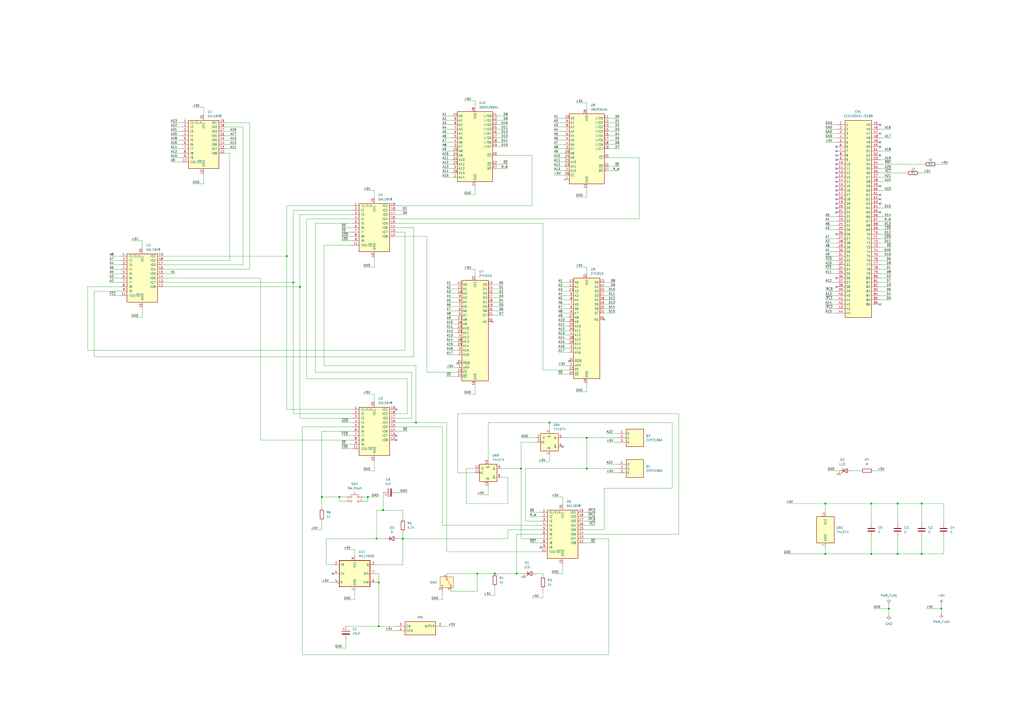
<source format=kicad_sch>
(kicad_sch (version 20231120) (generator "eeschema") (generator_version "8.0")
  (paper "A2")
  (title_block (title "Action Replay III remake") (date "2024-07-11") (comment 1 "By na103"))
  (junction (at 515.62 353.06))
  (junction (at 520.7 321.31))
  (junction (at 299.72 332.74))
  (junction (at 218.44 312.42))
  (junction (at 222.25 295.91))
  (junction (at 186.69 288.29))
  (junction (at 233.68 312.42))
  (junction (at 318.77 245.11))
  (junction (at 302.26 271.78))
  (junction (at 478.79 292.1))
  (junction (at 241.3 245.11))
  (junction (at 534.67 321.31))
  (junction (at 170.18 163.83))
  (junction (at 219.71 363.22))
  (junction (at 546.1 353.06))
  (junction (at 287.02 332.74))
  (junction (at 505.46 321.31))
  (junction (at 505.46 292.1))
  (junction (at 173.99 166.37))
  (junction (at 534.67 292.1))
  (junction (at 478.79 321.31))
  (junction (at 219.71 337.82))
  (junction (at 276.86 332.74))
  (junction (at 196.85 288.29))
  (junction (at 520.7 292.1))
  (junction (at 340.36 254))
  (junction (at 213.36 288.29))
  (junction (at 340.36 271.78))
  (junction (at 166.37 148.59))
  (no_connect (at 510.54 90.17))
  (no_connect (at 510.54 82.55))
  (no_connect (at 510.54 115.57))
  (no_connect (at 229.87 252.73))
  (no_connect (at 485.14 113.03))
  (no_connect (at 485.14 135.89))
  (no_connect (at 485.14 105.41))
  (no_connect (at 229.87 237.49))
  (no_connect (at 485.14 92.71))
  (no_connect (at 313.69 317.5))
  (no_connect (at 510.54 118.11))
  (no_connect (at 485.14 118.11))
  (no_connect (at 485.14 123.19))
  (no_connect (at 485.14 102.87))
  (no_connect (at 510.54 176.53))
  (no_connect (at 485.14 87.63))
  (no_connect (at 193.04 332.74))
  (no_connect (at 485.14 107.95))
  (no_connect (at 485.14 166.37))
  (no_connect (at 510.54 107.95))
  (no_connect (at 510.54 77.47))
  (no_connect (at 326.39 259.08))
  (no_connect (at 485.14 161.29))
  (no_connect (at 485.14 95.25))
  (no_connect (at 485.14 85.09))
  (no_connect (at 485.14 100.33))
  (no_connect (at 510.54 72.39))
  (no_connect (at 229.87 255.27))
  (no_connect (at 510.54 85.09))
  (no_connect (at 265.43 210.82))
  (no_connect (at 510.54 113.03))
  (no_connect (at 510.54 123.19))
  (no_connect (at 330.2 209.55))
  (no_connect (at 485.14 90.17))
  (no_connect (at 485.14 115.57))
  (no_connect (at 485.14 97.79))
  (no_connect (at 485.14 110.49))
  (no_connect (at 485.14 120.65))
  (wire (pts (xy 308.61 90.17) (xy 288.29 90.17)))
  (wire (pts (xy 198.12 257.81) (xy 204.47 257.81)))
  (wire (pts (xy 478.79 171.45) (xy 485.14 171.45)))
  (wire (pts (xy 198.12 134.62) (xy 204.47 134.62)))
  (wire (pts (xy 133.35 151.13) (xy 133.35 88.9)))
  (wire (pts (xy 218.44 312.42) (xy 223.52 312.42)))
  (wire (pts (xy 534.67 311.15) (xy 534.67 321.31)))
  (wire (pts (xy 478.79 148.59) (xy 485.14 148.59)))
  (wire (pts (xy 478.79 143.51) (xy 485.14 143.51)))
  (wire (pts (xy 95.25 153.67) (xy 140.97 153.67)))
  (wire (pts (xy 321.31 81.28) (xy 327.66 81.28)))
  (wire (pts (xy 259.08 165.1) (xy 265.43 165.1)))
  (wire (pts (xy 350.52 307.34) (xy 350.52 283.21)))
  (wire (pts (xy 326.39 288.29) (xy 326.39 292.1)))
  (wire (pts (xy 99.06 83.82) (xy 105.41 83.82)))
  (wire (pts (xy 294.64 307.34) (xy 294.64 312.42)))
  (wire (pts (xy 294.64 85.09) (xy 288.29 85.09)))
  (wire (pts (xy 217.17 267.97) (xy 217.17 273.05)))
  (wire (pts (xy 478.79 321.31) (xy 505.46 321.31)))
  (wire (pts (xy 345.44 314.96) (xy 339.09 314.96)))
  (wire (pts (xy 111.76 106.68) (xy 118.11 106.68)))
  (wire (pts (xy 516.89 143.51) (xy 510.54 143.51)))
  (wire (pts (xy 259.08 332.74) (xy 276.86 332.74)))
  (wire (pts (xy 259.08 185.42) (xy 265.43 185.42)))
  (wire (pts (xy 95.25 151.13) (xy 133.35 151.13)))
  (wire (pts (xy 520.7 292.1) (xy 520.7 303.53)))
  (wire (pts (xy 539.75 100.33) (xy 533.4 100.33)))
  (wire (pts (xy 259.08 187.96) (xy 265.43 187.96)))
  (wire (pts (xy 265.43 274.32) (xy 275.59 274.32)))
  (wire (pts (xy 294.64 77.47) (xy 288.29 77.47)))
  (wire (pts (xy 173.99 166.37) (xy 173.99 242.57)))
  (wire (pts (xy 323.85 163.83) (xy 330.2 163.83)))
  (wire (pts (xy 534.67 292.1) (xy 534.67 303.53)))
  (wire (pts (xy 318.77 245.11) (xy 318.77 248.92)))
  (wire (pts (xy 213.36 288.29) (xy 213.36 290.83)))
  (wire (pts (xy 454.66 321.31) (xy 478.79 321.31)))
  (wire (pts (xy 292.1 170.18) (xy 285.75 170.18)))
  (wire (pts (xy 546.1 350.52) (xy 546.1 353.06)))
  (wire (pts (xy 478.79 179.07) (xy 485.14 179.07)))
  (wire (pts (xy 198.12 137.16) (xy 204.47 137.16)))
  (wire (pts (xy 236.22 250.19) (xy 229.87 250.19)))
  (wire (pts (xy 99.06 76.2) (xy 105.41 76.2)))
  (wire (pts (xy 314.96 214.63) (xy 314.96 129.54)))
  (wire (pts (xy 370.84 127) (xy 370.84 91.44)))
  (wire (pts (xy 196.85 290.83) (xy 200.66 290.83)))
  (wire (pts (xy 516.89 125.73) (xy 510.54 125.73)))
  (wire (pts (xy 350.52 283.21) (xy 389.89 283.21)))
  (wire (pts (xy 294.64 67.31) (xy 288.29 67.31)))
  (wire (pts (xy 210.82 228.6) (xy 217.17 228.6)))
  (wire (pts (xy 101.6 158.75) (xy 95.25 158.75)))
  (wire (pts (xy 229.87 132.08) (xy 240.03 132.08)))
  (wire (pts (xy 259.08 200.66) (xy 265.43 200.66)))
  (wire (pts (xy 256.54 85.09) (xy 262.89 85.09)))
  (wire (pts (xy 259.08 177.8) (xy 265.43 177.8)))
  (wire (pts (xy 259.08 170.18) (xy 265.43 170.18)))
  (wire (pts (xy 345.44 297.18) (xy 339.09 297.18)))
  (wire (pts (xy 516.89 148.59) (xy 510.54 148.59)))
  (wire (pts (xy 50.8 203.2) (xy 50.8 166.37)))
  (wire (pts (xy 95.25 161.29) (xy 151.13 161.29)))
  (wire (pts (xy 259.08 245.11) (xy 241.3 245.11)))
  (wire (pts (xy 205.74 318.77) (xy 205.74 322.58)))
  (wire (pts (xy 256.54 82.55) (xy 262.89 82.55)))
  (wire (pts (xy 313.69 312.42) (xy 302.26 312.42)))
  (wire (pts (xy 210.82 154.94) (xy 217.17 154.94)))
  (wire (pts (xy 63.5 161.29) (xy 69.85 161.29)))
  (wire (pts (xy 516.89 140.97) (xy 510.54 140.97)))
  (wire (pts (xy 292.1 165.1) (xy 285.75 165.1)))
  (wire (pts (xy 259.08 218.44) (xy 265.43 218.44)))
  (wire (pts (xy 213.36 288.29) (xy 219.71 288.29)))
  (wire (pts (xy 236.22 124.46) (xy 229.87 124.46)))
  (wire (pts (xy 256.54 102.87) (xy 262.89 102.87)))
  (wire (pts (xy 356.87 181.61) (xy 350.52 181.61)))
  (wire (pts (xy 259.08 213.36) (xy 265.43 213.36)))
  (wire (pts (xy 294.64 95.25) (xy 288.29 95.25)))
  (wire (pts (xy 516.89 135.89) (xy 510.54 135.89)))
  (wire (pts (xy 513.08 273.05) (xy 506.73 273.05)))
  (wire (pts (xy 241.3 212.09) (xy 187.96 212.09)))
  (wire (pts (xy 478.79 156.21) (xy 485.14 156.21)))
  (wire (pts (xy 137.16 83.82) (xy 130.81 83.82)))
  (wire (pts (xy 177.8 219.71) (xy 236.22 219.71)))
  (wire (pts (xy 478.79 77.47) (xy 485.14 77.47)))
  (wire (pts (xy 187.96 212.09) (xy 187.96 142.24)))
  (wire (pts (xy 99.06 81.28) (xy 105.41 81.28)))
  (wire (pts (xy 478.79 151.13) (xy 485.14 151.13)))
  (wire (pts (xy 478.79 292.1) (xy 478.79 297.18)))
  (wire (pts (xy 478.79 140.97) (xy 485.14 140.97)))
  (wire (pts (xy 516.89 146.05) (xy 510.54 146.05)))
  (wire (pts (xy 256.54 100.33) (xy 262.89 100.33)))
  (wire (pts (xy 256.54 87.63) (xy 262.89 87.63)))
  (wire (pts (xy 256.54 69.85) (xy 262.89 69.85)))
  (wire (pts (xy 308.61 119.38) (xy 308.61 90.17)))
  (wire (pts (xy 393.7 309.88) (xy 393.7 240.03)))
  (wire (pts (xy 353.06 379.73) (xy 175.26 379.73)))
  (wire (pts (xy 314.96 334.01) (xy 314.96 332.74)))
  (wire (pts (xy 217.17 110.49) (xy 217.17 114.3)))
  (wire (pts (xy 314.96 332.74) (xy 311.15 332.74)))
  (wire (pts (xy 515.62 353.06) (xy 515.62 356.87)))
  (wire (pts (xy 302.26 256.54) (xy 311.15 256.54)))
  (wire (pts (xy 292.1 177.8) (xy 285.75 177.8)))
  (wire (pts (xy 516.89 173.99) (xy 510.54 173.99)))
  (wire (pts (xy 505.46 321.31) (xy 505.46 311.15)))
  (wire (pts (xy 222.25 285.75) (xy 222.25 295.91)))
  (wire (pts (xy 95.25 166.37) (xy 173.99 166.37)))
  (wire (pts (xy 292.1 180.34) (xy 285.75 180.34)))
  (wire (pts (xy 323.85 173.99) (xy 330.2 173.99)))
  (wire (pts (xy 236.22 285.75) (xy 229.87 285.75)))
  (wire (pts (xy 99.06 91.44) (xy 105.41 91.44)))
  (wire (pts (xy 510.54 95.25) (xy 535.94 95.25)))
  (wire (pts (xy 210.82 110.49) (xy 217.17 110.49)))
  (wire (pts (xy 200.66 363.22) (xy 219.71 363.22)))
  (wire (pts (xy 546.1 353.06) (xy 546.1 355.6)))
  (wire (pts (xy 240.03 132.08) (xy 240.03 207.01)))
  (wire (pts (xy 233.68 308.61) (xy 233.68 312.42)))
  (wire (pts (xy 351.79 269.24) (xy 358.14 269.24)))
  (wire (pts (xy 63.5 153.67) (xy 69.85 153.67)))
  (wire (pts (xy 389.89 245.11) (xy 318.77 245.11)))
  (wire (pts (xy 198.12 252.73) (xy 204.47 252.73)))
  (wire (pts (xy 478.79 82.55) (xy 485.14 82.55)))
  (wire (pts (xy 287.02 332.74) (xy 276.86 332.74)))
  (wire (pts (xy 287.02 340.36) (xy 287.02 345.44)))
  (wire (pts (xy 321.31 93.98) (xy 327.66 93.98)))
  (wire (pts (xy 340.36 222.25) (xy 340.36 227.33)))
  (wire (pts (xy 321.31 96.52) (xy 327.66 96.52)))
  (wire (pts (xy 356.87 163.83) (xy 350.52 163.83)))
  (wire (pts (xy 118.11 62.23) (xy 118.11 66.04)))
  (wire (pts (xy 218.44 327.66) (xy 233.68 327.66)))
  (wire (pts (xy 229.87 137.16) (xy 247.65 137.16)))
  (wire (pts (xy 210.82 273.05) (xy 217.17 273.05)))
  (wire (pts (xy 321.31 91.44) (xy 327.66 91.44)))
  (wire (pts (xy 323.85 191.77) (xy 330.2 191.77)))
  (wire (pts (xy 261.62 342.9) (xy 276.86 342.9)))
  (wire (pts (xy 323.85 217.17) (xy 330.2 217.17)))
  (wire (pts (xy 302.26 312.42) (xy 302.26 271.78)))
  (wire (pts (xy 259.08 167.64) (xy 265.43 167.64)))
  (wire (pts (xy 516.89 110.49) (xy 510.54 110.49)))
  (wire (pts (xy 259.08 193.04) (xy 265.43 193.04)))
  (wire (pts (xy 182.88 215.9) (xy 238.76 215.9)))
  (wire (pts (xy 505.46 321.31) (xy 520.7 321.31)))
  (wire (pts (xy 238.76 242.57) (xy 229.87 242.57)))
  (wire (pts (xy 339.09 307.34) (xy 350.52 307.34)))
  (wire (pts (xy 219.71 363.22) (xy 229.87 363.22)))
  (wire (pts (xy 478.79 74.93) (xy 485.14 74.93)))
  (wire (pts (xy 186.69 250.19) (xy 186.69 288.29)))
  (wire (pts (xy 259.08 172.72) (xy 265.43 172.72)))
  (wire (pts (xy 95.25 156.21) (xy 144.78 156.21)))
  (wire (pts (xy 290.83 276.86) (xy 294.64 276.86)))
  (wire (pts (xy 270.51 271.78) (xy 275.59 271.78)))
  (wire (pts (xy 275.59 107.95) (xy 275.59 113.03)))
  (wire (pts (xy 323.85 179.07) (xy 330.2 179.07)))
  (wire (pts (xy 275.59 58.42) (xy 275.59 62.23)))
  (wire (pts (xy 478.79 158.75) (xy 485.14 158.75)))
  (wire (pts (xy 218.44 312.42) (xy 189.23 312.42)))
  (wire (pts (xy 345.44 302.26) (xy 339.09 302.26)))
  (wire (pts (xy 516.89 102.87) (xy 510.54 102.87)))
  (wire (pts (xy 54.61 168.91) (xy 69.85 168.91)))
  (wire (pts (xy 534.67 321.31) (xy 520.7 321.31)))
  (wire (pts (xy 323.85 181.61) (xy 330.2 181.61)))
  (wire (pts (xy 151.13 255.27) (xy 204.47 255.27)))
  (wire (pts (xy 177.8 127) (xy 177.8 219.71)))
  (wire (pts (xy 302.26 271.78) (xy 302.26 256.54)))
  (wire (pts (xy 516.89 105.41) (xy 510.54 105.41)))
  (wire (pts (xy 82.55 179.07) (xy 82.55 184.15)))
  (wire (pts (xy 478.79 133.35) (xy 485.14 133.35)))
  (wire (pts (xy 356.87 176.53) (xy 350.52 176.53)))
  (wire (pts (xy 307.34 299.72) (xy 313.69 299.72)))
  (wire (pts (xy 99.06 86.36) (xy 105.41 86.36)))
  (wire (pts (xy 63.5 148.59) (xy 69.85 148.59)))
  (wire (pts (xy 334.01 59.69) (xy 340.36 59.69)))
  (wire (pts (xy 264.16 363.22) (xy 257.81 363.22)))
  (wire (pts (xy 205.74 342.9) (xy 205.74 347.98)))
  (wire (pts (xy 294.64 82.55) (xy 288.29 82.55)))
  (wire (pts (xy 204.47 121.92) (xy 170.18 121.92)))
  (wire (pts (xy 229.87 247.65) (xy 256.54 247.65)))
  (wire (pts (xy 478.79 163.83) (xy 485.14 163.83)))
  (wire (pts (xy 217.17 149.86) (xy 217.17 154.94)))
  (wire (pts (xy 516.89 80.01) (xy 510.54 80.01)))
  (wire (pts (xy 549.91 95.25) (xy 543.56 95.25)))
  (wire (pts (xy 302.26 254) (xy 311.15 254)))
  (wire (pts (xy 137.16 86.36) (xy 130.81 86.36)))
  (wire (pts (xy 323.85 189.23) (xy 330.2 189.23)))
  (wire (pts (xy 218.44 337.82) (xy 219.71 337.82)))
  (wire (pts (xy 76.2 139.7) (xy 82.55 139.7)))
  (wire (pts (xy 213.36 288.29) (xy 210.82 288.29)))
  (wire (pts (xy 323.85 186.69) (xy 330.2 186.69)))
  (wire (pts (xy 334.01 227.33) (xy 340.36 227.33)))
  (wire (pts (xy 313.69 307.34) (xy 294.64 307.34)))
  (wire (pts (xy 359.41 81.28) (xy 353.06 81.28)))
  (wire (pts (xy 340.36 109.22) (xy 340.36 114.3)))
  (wire (pts (xy 359.41 83.82) (xy 353.06 83.82)))
  (wire (pts (xy 478.79 72.39) (xy 485.14 72.39)))
  (wire (pts (xy 173.99 242.57) (xy 204.47 242.57)))
  (wire (pts (xy 534.67 292.1) (xy 547.37 292.1)))
  (wire (pts (xy 82.55 139.7) (xy 82.55 143.51)))
  (wire (pts (xy 170.18 163.83) (xy 170.18 240.03)))
  (wire (pts (xy 294.64 69.85) (xy 288.29 69.85)))
  (wire (pts (xy 294.64 97.79) (xy 288.29 97.79)))
  (wire (pts (xy 151.13 161.29) (xy 151.13 255.27)))
  (wire (pts (xy 318.77 264.16) (xy 318.77 267.97)))
  (wire (pts (xy 137.16 76.2) (xy 130.81 76.2)))
  (wire (pts (xy 270.51 292.1) (xy 270.51 271.78)))
  (wire (pts (xy 480.06 273.05) (xy 486.41 273.05)))
  (wire (pts (xy 294.64 292.1) (xy 270.51 292.1)))
  (wire (pts (xy 256.54 304.8) (xy 313.69 304.8)))
  (wire (pts (xy 330.2 214.63) (xy 314.96 214.63)))
  (wire (pts (xy 233.68 312.42) (xy 294.64 312.42)))
  (wire (pts (xy 198.12 132.08) (xy 204.47 132.08)))
  (wire (pts (xy 334.01 114.3) (xy 340.36 114.3)))
  (wire (pts (xy 506.73 353.06) (xy 515.62 353.06)))
  (wire (pts (xy 50.8 166.37) (xy 69.85 166.37)))
  (wire (pts (xy 275.59 223.52) (xy 275.59 228.6)))
  (wire (pts (xy 516.89 158.75) (xy 510.54 158.75)))
  (wire (pts (xy 256.54 77.47) (xy 262.89 77.47)))
  (wire (pts (xy 292.1 182.88) (xy 285.75 182.88)))
  (wire (pts (xy 323.85 194.31) (xy 330.2 194.31)))
  (wire (pts (xy 256.54 90.17) (xy 262.89 90.17)))
  (wire (pts (xy 299.72 309.88) (xy 299.72 332.74)))
  (wire (pts (xy 516.89 153.67) (xy 510.54 153.67)))
  (wire (pts (xy 303.53 332.74) (xy 299.72 332.74)))
  (wire (pts (xy 233.68 300.99) (xy 233.68 295.91)))
  (wire (pts (xy 323.85 176.53) (xy 330.2 176.53)))
  (wire (pts (xy 166.37 119.38) (xy 204.47 119.38)))
  (wire (pts (xy 259.08 190.5) (xy 265.43 190.5)))
  (wire (pts (xy 323.85 168.91) (xy 330.2 168.91)))
  (wire (pts (xy 198.12 260.35) (xy 204.47 260.35)))
  (wire (pts (xy 283.21 266.7) (xy 283.21 245.11)))
  (wire (pts (xy 389.89 283.21) (xy 389.89 245.11)))
  (wire (pts (xy 537.21 353.06) (xy 546.1 353.06)))
  (wire (pts (xy 137.16 78.74) (xy 130.81 78.74)))
  (wire (pts (xy 326.39 327.66) (xy 326.39 332.74)))
  (wire (pts (xy 494.03 273.05) (xy 499.11 273.05)))
  (wire (pts (xy 307.34 314.96) (xy 313.69 314.96)))
  (wire (pts (xy 323.85 166.37) (xy 330.2 166.37)))
  (wire (pts (xy 478.79 153.67) (xy 485.14 153.67)))
  (wire (pts (xy 345.44 304.8) (xy 339.09 304.8)))
  (wire (pts (xy 516.89 156.21) (xy 510.54 156.21)))
  (wire (pts (xy 478.79 181.61) (xy 485.14 181.61)))
  (wire (pts (xy 166.37 119.38) (xy 166.37 148.59)))
  (wire (pts (xy 359.41 78.74) (xy 353.06 78.74)))
  (wire (pts (xy 217.17 228.6) (xy 217.17 232.41)))
  (wire (pts (xy 312.42 267.97) (xy 318.77 267.97)))
  (wire (pts (xy 198.12 245.11) (xy 204.47 245.11)))
  (wire (pts (xy 238.76 215.9) (xy 238.76 242.57)))
  (wire (pts (xy 219.71 337.82) (xy 219.71 363.22)))
  (wire (pts (xy 478.79 173.99) (xy 485.14 173.99)))
  (wire (pts (xy 166.37 148.59) (xy 166.37 237.49)))
  (wire (pts (xy 314.96 129.54) (xy 229.87 129.54)))
  (wire (pts (xy 218.44 295.91) (xy 218.44 312.42)))
  (wire (pts (xy 140.97 73.66) (xy 130.81 73.66)))
  (wire (pts (xy 339.09 312.42) (xy 353.06 312.42)))
  (wire (pts (xy 359.41 99.06) (xy 353.06 99.06)))
  (wire (pts (xy 323.85 201.93) (xy 330.2 201.93)))
  (wire (pts (xy 321.31 99.06) (xy 327.66 99.06)))
  (wire (pts (xy 63.5 171.45) (xy 69.85 171.45)))
  (wire (pts (xy 259.08 203.2) (xy 265.43 203.2)))
  (wire (pts (xy 256.54 72.39) (xy 262.89 72.39)))
  (wire (pts (xy 269.24 156.21) (xy 275.59 156.21)))
  (wire (pts (xy 175.26 247.65) (xy 204.47 247.65)))
  (wire (pts (xy 370.84 91.44) (xy 353.06 91.44)))
  (wire (pts (xy 99.06 93.98) (xy 105.41 93.98)))
  (wire (pts (xy 505.46 292.1) (xy 505.46 303.53)))
  (wire (pts (xy 256.54 74.93) (xy 262.89 74.93)))
  (wire (pts (xy 351.79 256.54) (xy 358.14 256.54)))
  (wire (pts (xy 199.39 318.77) (xy 205.74 318.77)))
  (wire (pts (xy 321.31 88.9) (xy 327.66 88.9)))
  (wire (pts (xy 323.85 204.47) (xy 330.2 204.47)))
  (wire (pts (xy 313.69 302.26) (xy 304.8 302.26)))
  (wire (pts (xy 269.24 58.42) (xy 275.59 58.42)))
  (wire (pts (xy 478.79 168.91) (xy 485.14 168.91)))
  (wire (pts (xy 547.37 321.31) (xy 534.67 321.31)))
  (wire (pts (xy 321.31 71.12) (xy 327.66 71.12)))
  (wire (pts (xy 95.25 163.83) (xy 170.18 163.83)))
  (wire (pts (xy 516.89 120.65) (xy 510.54 120.65)))
  (wire (pts (xy 133.35 88.9) (xy 130.81 88.9)))
  (wire (pts (xy 111.76 62.23) (xy 118.11 62.23)))
  (wire (pts (xy 186.69 337.82) (xy 193.04 337.82)))
  (wire (pts (xy 516.89 128.27) (xy 510.54 128.27)))
  (wire (pts (xy 299.72 332.74) (xy 287.02 332.74)))
  (wire (pts (xy 186.69 288.29) (xy 196.85 288.29)))
  (wire (pts (xy 265.43 240.03) (xy 265.43 274.32)))
  (wire (pts (xy 240.03 207.01) (xy 54.61 207.01)))
  (wire (pts (xy 54.61 207.01) (xy 54.61 168.91)))
  (wire (pts (xy 204.47 127) (xy 177.8 127)))
  (wire (pts (xy 186.69 302.26) (xy 186.69 307.34)))
  (wire (pts (xy 99.06 71.12) (xy 105.41 71.12)))
  (wire (pts (xy 359.41 96.52) (xy 353.06 96.52)))
  (wire (pts (xy 118.11 101.6) (xy 118.11 106.68)))
  (wire (pts (xy 233.68 295.91) (xy 222.25 295.91)))
  (wire (pts (xy 182.88 129.54) (xy 182.88 215.9)))
  (wire (pts (xy 204.47 250.19) (xy 186.69 250.19)))
  (wire (pts (xy 198.12 139.7) (xy 204.47 139.7)))
  (wire (pts (xy 234.95 203.2) (xy 50.8 203.2)))
  (wire (pts (xy 259.08 182.88) (xy 265.43 182.88)))
  (wire (pts (xy 294.64 80.01) (xy 288.29 80.01)))
  (wire (pts (xy 247.65 137.16) (xy 247.65 215.9)))
  (wire (pts (xy 166.37 237.49) (xy 204.47 237.49)))
  (wire (pts (xy 516.89 168.91) (xy 510.54 168.91)))
  (wire (pts (xy 547.37 311.15) (xy 547.37 321.31)))
  (wire (pts (xy 455.93 292.1) (xy 478.79 292.1)))
  (wire (pts (xy 63.5 158.75) (xy 69.85 158.75)))
  (wire (pts (xy 340.36 271.78) (xy 340.36 254)))
  (wire (pts (xy 478.79 146.05) (xy 485.14 146.05)))
  (wire (pts (xy 247.65 215.9) (xy 265.43 215.9)))
  (wire (pts (xy 516.89 133.35) (xy 510.54 133.35)))
  (wire (pts (xy 478.79 80.01) (xy 485.14 80.01)))
  (wire (pts (xy 144.78 71.12) (xy 130.81 71.12)))
  (wire (pts (xy 478.79 125.73) (xy 485.14 125.73)))
  (wire (pts (xy 478.79 138.43) (xy 485.14 138.43)))
  (wire (pts (xy 186.69 288.29) (xy 186.69 294.64)))
  (wire (pts (xy 196.85 288.29) (xy 200.66 288.29)))
  (wire (pts (xy 283.21 281.94) (xy 283.21 287.02)))
  (wire (pts (xy 516.89 97.79) (xy 510.54 97.79)))
  (wire (pts (xy 259.08 245.11) (xy 259.08 320.04)))
  (wire (pts (xy 256.54 247.65) (xy 256.54 304.8)))
  (wire (pts (xy 292.1 172.72) (xy 285.75 172.72)))
  (wire (pts (xy 236.22 121.92) (xy 229.87 121.92)))
  (wire (pts (xy 229.87 119.38) (xy 308.61 119.38)))
  (wire (pts (xy 356.87 179.07) (xy 350.52 179.07)))
  (wire (pts (xy 516.89 171.45) (xy 510.54 171.45)))
  (wire (pts (xy 307.34 297.18) (xy 313.69 297.18)))
  (wire (pts (xy 520.7 321.31) (xy 520.7 311.15)))
  (wire (pts (xy 194.31 375.92) (xy 200.66 375.92)))
  (wire (pts (xy 520.7 292.1) (xy 534.67 292.1)))
  (wire (pts (xy 339.09 309.88) (xy 393.7 309.88)))
  (wire (pts (xy 204.47 129.54) (xy 182.88 129.54)))
  (wire (pts (xy 144.78 156.21) (xy 144.78 71.12)))
  (wire (pts (xy 229.87 245.11) (xy 241.3 245.11)))
  (wire (pts (xy 478.79 176.53) (xy 485.14 176.53)))
  (wire (pts (xy 256.54 67.31) (xy 262.89 67.31)))
  (wire (pts (xy 359.41 76.2) (xy 353.06 76.2)))
  (wire (pts (xy 323.85 196.85) (xy 330.2 196.85)))
  (wire (pts (xy 199.39 347.98) (xy 205.74 347.98)))
  (wire (pts (xy 196.85 288.29) (xy 196.85 290.83)))
  (wire (pts (xy 256.54 80.01) (xy 262.89 80.01)))
  (wire (pts (xy 189.23 312.42) (xy 189.23 327.66)))
  (wire (pts (xy 505.46 292.1) (xy 520.7 292.1)))
  (wire (pts (xy 393.7 240.03) (xy 265.43 240.03)))
  (wire (pts (xy 259.08 195.58) (xy 265.43 195.58)))
  (wire (pts (xy 259.08 320.04) (xy 313.69 320.04)))
  (wire (pts (xy 351.79 274.32) (xy 358.14 274.32)))
  (wire (pts (xy 231.14 312.42) (xy 233.68 312.42)))
  (wire (pts (xy 313.69 309.88) (xy 299.72 309.88)))
  (wire (pts (xy 229.87 127) (xy 370.84 127)))
  (wire (pts (xy 259.08 205.74) (xy 265.43 205.74)))
  (wire (pts (xy 321.31 83.82) (xy 327.66 83.82)))
  (wire (pts (xy 292.1 175.26) (xy 285.75 175.26)))
  (wire (pts (xy 218.44 332.74) (xy 219.71 332.74)))
  (wire (pts (xy 356.87 171.45) (xy 350.52 171.45)))
  (wire (pts (xy 276.86 287.02) (xy 283.21 287.02)))
  (wire (pts (xy 189.23 327.66) (xy 193.04 327.66)))
  (wire (pts (xy 353.06 312.42) (xy 353.06 379.73)))
  (wire (pts (xy 175.26 379.73) (xy 175.26 247.65)))
  (wire (pts (xy 308.61 346.71) (xy 314.96 346.71)))
  (wire (pts (xy 304.8 302.26) (xy 304.8 271.78)))
  (wire (pts (xy 76.2 184.15) (xy 82.55 184.15)))
  (wire (pts (xy 283.21 245.11) (xy 318.77 245.11)))
  (wire (pts (xy 345.44 299.72) (xy 339.09 299.72)))
  (wire (pts (xy 323.85 171.45) (xy 330.2 171.45)))
  (wire (pts (xy 180.34 307.34) (xy 186.69 307.34)))
  (wire (pts (xy 187.96 142.24) (xy 204.47 142.24)))
  (wire (pts (xy 478.79 128.27) (xy 485.14 128.27)))
  (wire (pts (xy 222.25 295.91) (xy 218.44 295.91)))
  (wire (pts (xy 170.18 121.92) (xy 170.18 163.83)))
  (wire (pts (xy 516.89 138.43) (xy 510.54 138.43)))
  (wire (pts (xy 250.19 347.98) (xy 256.54 347.98)))
  (wire (pts (xy 294.64 72.39) (xy 288.29 72.39)))
  (wire (pts (xy 515.62 350.52) (xy 515.62 353.06)))
  (wire (pts (xy 340.36 59.69) (xy 340.36 63.5)))
  (wire (pts (xy 275.59 156.21) (xy 275.59 160.02)))
  (wire (pts (xy 236.22 219.71) (xy 236.22 240.03)))
  (wire (pts (xy 236.22 240.03) (xy 229.87 240.03)))
  (wire (pts (xy 276.86 332.74) (xy 276.86 342.9)))
  (wire (pts (xy 63.5 163.83) (xy 69.85 163.83)))
  (wire (pts (xy 294.64 276.86) (xy 294.64 292.1)))
  (wire (pts (xy 356.87 173.99) (xy 350.52 173.99)))
  (wire (pts (xy 292.1 167.64) (xy 285.75 167.64)))
  (wire (pts (xy 173.99 124.46) (xy 173.99 166.37)))
  (wire (pts (xy 259.08 198.12) (xy 265.43 198.12)))
  (wire (pts (xy 320.04 332.74) (xy 326.39 332.74)))
  (wire (pts (xy 259.08 175.26) (xy 265.43 175.26)))
  (wire (pts (xy 269.24 228.6) (xy 275.59 228.6)))
  (wire (pts (xy 269.24 113.03) (xy 275.59 113.03)))
  (wire (pts (xy 95.25 148.59) (xy 166.37 148.59)))
  (wire (pts (xy 340.36 271.78) (xy 358.14 271.78)))
  (wire (pts (xy 323.85 184.15) (xy 330.2 184.15)))
  (wire (pts (xy 340.36 154.94) (xy 340.36 158.75)))
  (wire (pts (xy 323.85 199.39) (xy 330.2 199.39)))
  (wire (pts (xy 256.54 92.71) (xy 262.89 92.71)))
  (wire (pts (xy 478.79 292.1) (xy 505.46 292.1)))
  (wire (pts (xy 516.89 163.83) (xy 510.54 163.83)))
  (wire (pts (xy 290.83 271.78) (xy 302.26 271.78)))
  (wire (pts (xy 321.31 68.58) (xy 327.66 68.58)))
  (wire (pts (xy 516.89 166.37) (xy 510.54 166.37)))
  (wire (pts (xy 234.95 134.62) (xy 234.95 203.2)))
  (wire (pts (xy 99.06 78.74) (xy 105.41 78.74)))
  (wire (pts (xy 516.89 87.63) (xy 510.54 87.63)))
  (wire (pts (xy 137.16 81.28) (xy 130.81 81.28)))
  (wire (pts (xy 326.39 254) (xy 340.36 254)))
  (wire (pts (xy 359.41 68.58) (xy 353.06 68.58)))
  (wire (pts (xy 516.89 74.93) (xy 510.54 74.93)))
  (wire (pts (xy 478.79 321.31) (xy 478.79 317.5)))
  (wire (pts (xy 256.54 342.9) (xy 256.54 347.98)))
  (wire (pts (xy 223.52 365.76) (xy 229.87 365.76)))
  (wire (pts (xy 200.66 370.84) (xy 200.66 375.92)))
  (wire (pts (xy 229.87 134.62) (xy 234.95 134.62)))
  (wire (pts (xy 516.89 130.81) (xy 510.54 130.81)))
  (wire (pts (xy 510.54 100.33) (xy 525.78 100.33)))
  (wire (pts (xy 140.97 153.67) (xy 140.97 73.66)))
  (wire (pts (xy 359.41 71.12) (xy 353.06 71.12)))
  (wire (pts (xy 99.06 73.66) (xy 105.41 73.66)))
  (wire (pts (xy 280.67 345.44) (xy 287.02 345.44)))
  (wire (pts (xy 356.87 166.37) (xy 350.52 166.37)))
  (wire (pts (xy 304.8 271.78) (xy 340.36 271.78)))
  (wire (pts (xy 516.89 92.71) (xy 510.54 92.71)))
  (wire (pts (xy 356.87 168.91) (xy 350.52 168.91)))
  (wire (pts (xy 241.3 245.11) (xy 241.3 212.09)))
  (wire (pts (xy 99.06 88.9) (xy 105.41 88.9)))
  (wire (pts (xy 233.68 327.66) (xy 233.68 312.42)))
  (wire (pts (xy 314.96 341.63) (xy 314.96 346.71)))
  (wire (pts (xy 321.31 101.6) (xy 327.66 101.6)))
  (wire (pts (xy 340.36 254) (xy 358.14 254)))
  (wire (pts (xy 321.31 78.74) (xy 327.66 78.74)))
  (wire (pts (xy 321.31 73.66) (xy 327.66 73.66)))
  (wire (pts (xy 478.79 130.81) (xy 485.14 130.81)))
  (wire (pts (xy 321.31 76.2) (xy 327.66 76.2)))
  (wire (pts (xy 359.41 73.66) (xy 353.06 73.66)))
  (wire (pts (xy 516.89 161.29) (xy 510.54 161.29)))
  (wire (pts (xy 516.89 151.13) (xy 510.54 151.13)))
  (wire (pts (xy 294.64 74.93) (xy 288.29 74.93)))
  (wire (pts (xy 63.5 156.21) (xy 69.85 156.21)))
  (wire (pts (xy 204.47 124.46) (xy 173.99 124.46)))
  (wire (pts (xy 170.18 240.03) (xy 204.47 240.03)))
  (wire (pts (xy 547.37 292.1) (xy 547.37 303.53)))
  (wire (pts (xy 351.79 251.46) (xy 358.14 251.46)))
  (wire (pts (xy 219.71 332.74) (xy 219.71 337.82)))
  (wire (pts (xy 213.36 290.83) (xy 210.82 290.83)))
  (wire (pts (xy 334.01 154.94) (xy 340.36 154.94)))
  (wire (pts (xy 359.41 86.36) (xy 353.06 86.36)))
  (wire (pts (xy 323.85 212.09) (xy 330.2 212.09)))
  (wire (pts (xy 256.54 95.25) (xy 262.89 95.25)))
  (wire (pts (xy 256.54 97.79) (xy 262.89 97.79)))
  (wire (pts (xy 63.5 151.13) (xy 69.85 151.13)))
  (wire (pts (xy 259.08 180.34) (xy 265.43 180.34)))
  (wire (pts (xy 321.31 86.36) (xy 327.66 86.36)))
  (wire (pts (xy 320.04 288.29) (xy 326.39 288.29)))
  (label "A11" (at 256.54 92.71 0))
  (label "A13" (at 137.16 83.82 180))
  (label "D11" (at 516.89 140.97 180))
  (label "+5V" (at 111.76 62.23 0))
  (label "+5V" (at 180.34 307.34 0))
  (label "A15" (at 478.79 181.61 0))
  (label "A16" (at 323.85 201.93 0))
  (label "D2" (at 359.41 73.66 180))
  (label "+5V" (at 513.08 273.05 180))
  (label "A3" (at 321.31 73.66 0))
  (label "D12" (at 294.64 77.47 180))
  (label "A4" (at 323.85 171.45 0))
  (label "~{FC0}" (at 478.79 151.13 0))
  (label "D4" (at 516.89 171.45 180))
  (label "+5V" (at 210.82 228.6 0))
  (label "A14" (at 323.85 196.85 0))
  (label "D1" (at 359.41 71.12 180))
  (label "A6" (at 478.79 130.81 0))
  (label "D9" (at 516.89 153.67 180))
  (label "A13" (at 259.08 195.58 0))
  (label "~{IPL1}" (at 345.44 299.72 180))
  (label "A15" (at 256.54 102.87 0))
  (label "GND" (at 454.66 321.31 0))
  (label "D1" (at 236.22 121.92 180))
  (label "GND" (at 320.04 332.74 0))
  (label "~{IPL0}" (at 478.79 168.91 0))
  (label "+5V" (at 334.01 59.69 0))
  (label "~{UDS}" (at 516.89 138.43 180))
  (label "R_W" (at 359.41 99.06 180))
  (label "~{OE}" (at 294.64 95.25 180))
  (label "D7" (at 359.41 86.36 180))
  (label "A3" (at 478.79 133.35 0))
  (label "A10" (at 256.54 90.17 0))
  (label "A7" (at 256.54 82.55 0))
  (label "A2" (at 321.31 71.12 0))
  (label "GND" (at 194.31 375.92 0))
  (label "A13" (at 256.54 97.79 0))
  (label "D14" (at 516.89 125.73 180))
  (label "+5V" (at 280.67 345.44 0))
  (label "A22" (at 351.79 269.24 0))
  (label "A7" (at 478.79 138.43 0))
  (label "~{AS}" (at 236.22 250.19 180))
  (label "D2" (at 292.1 170.18 180))
  (label "D3" (at 359.41 76.2 180))
  (label "~{RST}" (at 516.89 95.25 180))
  (label "A20" (at 99.06 78.74 0))
  (label "A5" (at 478.79 125.73 0))
  (label "A18" (at 99.06 81.28 0))
  (label "A17" (at 323.85 204.47 0))
  (label "D0" (at 292.1 165.1 180))
  (label "A20" (at 516.89 97.79 180))
  (label "A8" (at 323.85 181.61 0))
  (label "A14" (at 256.54 100.33 0))
  (label "GND" (at 269.24 113.03 0))
  (label "A7" (at 323.85 179.07 0))
  (label "+5V" (at 321.31 101.6 0))
  (label "+5V" (at 276.86 287.02 0))
  (label "A16" (at 99.06 83.82 0))
  (label "R_W" (at 294.64 97.79 180))
  (label "GND" (at 236.22 285.75 180))
  (label "A19" (at 137.16 76.2 180))
  (label "A5" (at 256.54 77.47 0))
  (label "D13" (at 356.87 176.53 180))
  (label "D11" (at 294.64 74.93 180))
  (label "A8" (at 478.79 143.51 0))
  (label "~{IPL1}" (at 478.79 173.99 0))
  (label "A5" (at 323.85 173.99 0))
  (label "~{LDS}" (at 516.89 133.35 180))
  (label "D11" (at 356.87 171.45 180))
  (label "A23" (at 99.06 71.12 0))
  (label "+5V" (at 323.85 212.09 0))
  (label "R_W" (at 307.34 299.72 0))
  (label "+5V" (at 76.2 139.7 0))
  (label "~{HLT}" (at 516.89 100.33 180))
  (label "D6" (at 516.89 168.91 180))
  (label "D15" (at 356.87 181.61 180))
  (label "A6" (at 63.5 156.21 0))
  (label "GND" (at 506.73 353.06 0))
  (label "D5" (at 292.1 177.8 180))
  (label "A13" (at 323.85 194.31 0))
  (label "A1" (at 256.54 67.31 0))
  (label "A7" (at 321.31 83.82 0))
  (label "GND" (at 219.71 288.29 180))
  (label "A9" (at 478.79 148.59 0))
  (label "A6" (at 323.85 176.53 0))
  (label "A22" (at 516.89 105.41 180))
  (label "GND" (at 478.79 74.93 0))
  (label "A4" (at 256.54 74.93 0))
  (label "~{IPL2}" (at 345.44 297.18 180))
  (label "~{FC0}" (at 198.12 252.73 0))
  (label "A23" (at 516.89 110.49 180))
  (label "~{AS}" (at 516.89 143.51 180))
  (label "A1" (at 321.31 68.58 0))
  (label "A10" (at 99.06 91.44 0))
  (label "A12" (at 323.85 191.77 0))
  (label "GND" (at 334.01 227.33 0))
  (label "+5V" (at 199.39 318.77 0))
  (label "D10" (at 294.64 72.39 180))
  (label "D3" (at 516.89 166.37 180))
  (label "A8" (at 321.31 86.36 0))
  (label "D5" (at 359.41 81.28 180))
  (label "A15" (at 323.85 199.39 0))
  (label "+5V" (at 549.91 95.25 180))
  (label "A4" (at 321.31 76.2 0))
  (label "~{OE}" (at 359.41 96.52 180))
  (label "+5V" (at 312.42 267.97 0))
  (label "D7" (at 516.89 163.83 180))
  (label "A11" (at 478.79 158.75 0))
  (label "A8" (at 256.54 85.09 0))
  (label "+5V" (at 455.93 292.1 0))
  (label "A17" (at 137.16 78.74 180))
  (label "A22" (at 99.06 73.66 0))
  (label "+5V" (at 351.79 256.54 0))
  (label "A2" (at 259.08 167.64 0))
  (label "+5V" (at 269.24 156.21 0))
  (label "A1" (at 323.85 163.83 0))
  (label "D13" (at 294.64 80.01 180))
  (label "D15" (at 294.64 85.09 180))
  (label "A2" (at 478.79 140.97 0))
  (label "GND" (at 111.76 106.68 0))
  (label "A12" (at 259.08 193.04 0))
  (label "A2" (at 63.5 163.83 0))
  (label "A9" (at 321.31 88.9 0))
  (label "A18" (at 516.89 87.63 180))
  (label "+5V" (at 210.82 110.49 0))
  (label "~{FC1}" (at 478.79 156.21 0))
  (label "A7" (at 63.5 151.13 0))
  (label "D0" (at 236.22 124.46 180))
  (label "A17" (at 516.89 80.01 180))
  (label "D1" (at 516.89 156.21 180))
  (label "A3" (at 259.08 170.18 0))
  (label "+5V" (at 351.79 274.32 0))
  (label "+5V" (at 334.01 154.94 0))
  (label "D2" (at 516.89 161.29 180))
  (label "A3" (at 323.85 168.91 0))
  (label "A1" (at 259.08 165.1 0))
  (label "A21" (at 516.89 102.87 180))
  (label "~{OE}" (at 198.12 132.08 0))
  (label "A12" (at 321.31 96.52 0))
  (label "A9" (at 259.08 185.42 0))
  (label "A6" (at 256.54 80.01 0))
  (label "A14" (at 478.79 176.53 0))
  (label "D8" (at 516.89 158.75 180))
  (label "~{LDS}" (at 198.12 139.7 0))
  (label "A16" (at 259.08 203.2 0))
  (label "D6" (at 292.1 180.34 180))
  (label "A9" (at 256.54 87.63 0))
  (label "GND" (at 250.19 347.98 0))
  (label "A17" (at 259.08 205.74 0))
  (label "~{AS}" (at 307.34 297.18 0))
  (label "A3" (at 63.5 161.29 0))
  (label "D8" (at 294.64 67.31 180))
  (label "A4" (at 259.08 172.72 0))
  (label "+5V" (at 223.52 365.76 0))
  (label "D13" (at 516.89 130.81 180))
  (label "A7" (at 259.08 180.34 0))
  (label "+5V" (at 537.21 353.06 0))
  (label "A14" (at 259.08 198.12 0))
  (label "A10" (at 323.85 186.69 0))
  (label "A19" (at 516.89 92.71 180))
  (label "A10" (at 321.31 91.44 0))
  (label "A9" (at 323.85 184.15 0))
  (label "A4" (at 478.79 128.27 0))
  (label "~{UDS}" (at 198.12 137.16 0))
  (label "GND" (at 210.82 273.05 0))
  (label "A11" (at 259.08 190.5 0))
  (label "D3" (at 292.1 172.72 180))
  (label "A6" (at 321.31 81.28 0))
  (label "GND" (at 478.79 77.47 0))
  (label "A15" (at 259.08 200.66 0))
  (label "D12" (at 356.87 173.99 180))
  (label "D9" (at 294.64 69.85 180))
  (label "GND" (at 480.06 273.05 0))
  (label "A10" (at 478.79 153.67 0))
  (label "+5V" (at 264.16 363.22 180))
  (label "A22" (at 351.79 251.46 0))
  (label "A5" (at 321.31 78.74 0))
  (label "+5V" (at 539.75 100.33 180))
  (label "GND" (at 478.79 80.01 0))
  (label "+5V" (at 308.61 346.71 0))
  (label "A8" (at 63.5 148.59 0))
  (label "+5V" (at 320.04 288.29 0))
  (label "D10" (at 356.87 168.91 180))
  (label "D8" (at 356.87 163.83 180))
  (label "D1" (at 292.1 167.64 180))
  (label "A6" (at 259.08 177.8 0))
  (label "+5V" (at 186.69 337.82 0))
  (label "D4" (at 359.41 78.74 180))
  (label "D6" (at 359.41 83.82 180))
  (label "GND" (at 269.24 228.6 0))
  (label "D14" (at 356.87 179.07 180))
  (label "A16" (at 516.89 74.93 180))
  (label "A13" (at 478.79 171.45 0))
  (label "D12" (at 516.89 135.89 180))
  (label "~{AS}" (at 198.12 134.62 0))
  (label "~{OE}" (at 259.08 218.44 0))
  (label "A2" (at 256.54 69.85 0))
  (label "A11" (at 137.16 86.36 180))
  (label "A14" (at 99.06 86.36 0))
  (label "A21" (at 99.06 76.2 0))
  (label "~{FC1}" (at 63.5 171.45 0))
  (label "A5" (at 259.08 175.26 0))
  (label "A3" (at 256.54 72.39 0))
  (label "GND" (at 210.82 154.94 0))
  (label "D0" (at 516.89 151.13 180))
  (label "A5" (at 63.5 158.75 0))
  (label "R_W" (at 516.89 128.27 180))
  (label "D10" (at 516.89 148.59 180))
  (label "GND" (at 199.39 347.98 0))
  (label "A1" (at 101.6 158.75 180))
  (label "D4" (at 292.1 175.26 180))
  (label "D7" (at 292.1 182.88 180))
  (label "GND" (at 516.89 146.05 180))
  (label "+5V" (at 259.08 213.36 0))
  (label "D9" (at 356.87 166.37 180))
  (label "A12" (at 99.06 88.9 0))
  (label "A12" (at 256.54 95.25 0))
  (label "D15" (at 516.89 120.65 180))
  (label "GND" (at 302.26 254 0))
  (label "~{OE}" (at 345.44 314.96 180))
  (label "A2" (at 323.85 166.37 0))
  (label "A1" (at 478.79 146.05 0))
  (label "GND" (at 478.79 72.39 0))
  (label "~{OE}" (at 198.12 257.81 0))
  (label "D5" (at 516.89 173.99 180))
  (label "A12" (at 478.79 163.83 0))
  (label "A11" (at 321.31 93.98 0))
  (label "A13" (at 321.31 99.06 0))
  (label "+5V" (at 478.79 82.55 0))
  (label "~{IPL0}" (at 345.44 302.26 180))
  (label "GND" (at 76.2 184.15 0))
  (label "~{LDS}" (at 198.12 260.35 0))
  (label "D0" (at 359.41 68.58 180))
  (label "GND" (at 334.01 114.3 0))
  (label "A15" (at 137.16 81.28 180))
  (label "A8" (at 259.08 182.88 0))
  (label "A10" (at 259.08 187.96 0))
  (label "D14" (at 294.64 82.55 180))
  (label "A9" (at 99.06 93.98 0))
  (label "+5V" (at 269.24 58.42 0))
  (label "~{HLT}" (at 345.44 304.8 180))
  (label "A11" (at 323.85 189.23 0))
  (label "~{OE}" (at 323.85 217.17 0))
  (label "~{IPL2}" (at 478.79 179.07 0))
  (label "~{UDS}" (at 198.12 245.11 0))
  (label "A4" (at 63.5 153.67 0))
  (label "~{RST}" (at 307.34 314.96 0))
  (symbol (lib_id "Device:D") (at 227.33 312.42 0) (unit 1)
    (property "Reference" "D3" (at 227.33 306.07 0))
    (property "Value" "D" (at 227.33 308.61 0))
    (property "Footprint" "Diode_SMD:D_1206_3216Metric_Pad1.42x1.75mm_HandSolder" (effects (hide yes)))
    (property "Description" "Diode" (effects (hide yes)))
    (property "Sim.Device" "D" (effects (hide yes)))
    (property "Sim.Pins" "1=K 2=A" (effects (hide yes)))
  )
  (symbol (lib_id "Switch:SW_Push") (at 205.74 288.29 0) (unit 1)
    (property "Reference" "SW1" (at 205.74 280.67 0))
    (property "Value" "SW_Push" (at 205.74 283.21 0))
    (property "Footprint" "Button_Switch_THT:SW_Push_2P1T_Toggle_CK_PVA1xxH1xxxxxxV2" (effects (hide yes)))
    (property "Description" "Push button switch, generic, two pins" (effects (hide yes)))
  )
  (symbol (lib_id "Device:R") (at 186.69 298.45 180) (unit 1)
    (property "Reference" "R6" (at 189.23 297.1799 0) (effects (justify right)))
    (property "Value" "1k" (at 189.23 299.7199 0) (effects (justify right)))
    (property "Footprint" "Resistor_SMD:R_1206_3216Metric_Pad1.30x1.75mm_HandSolder" (effects (hide yes)))
    (property "Description" "Resistor" (effects (hide yes)))
  )
  (symbol (lib_id "74xx:74LS74") (at 318.77 256.54 0) (unit 1)
    (property "Reference" "U6" (at 320.9641 246.38 0) (effects (justify left)))
    (property "Value" "74LS74" (at 320.9641 248.92 0) (effects (justify left)))
    (property "Footprint" "Package_SO:SO-14_3.9x8.65mm_P1.27mm" (effects (hide yes)))
    (property "Datasheet" "74xx/74hc_hct74.pdf" (effects (hide yes)))
    (property "Description" "Dual D Flip-flop, Set & Reset" (effects (hide yes)))
  )
  (symbol (lib_id "Logic_Programmable:GAL16V8") (at 326.39 309.88 0) (unit 1)
    (property "Reference" "U5" (at 328.5841 290.83 0) (effects (justify left)))
    (property "Value" "GAL16V8" (at 328.5841 293.37 0) (effects (justify left)))
    (property "Footprint" "Package_LCC:PLCC-20" (effects (hide yes)))
    (property "Description" "Programmable Logic Array, DIP-20/SOIC-20/PLCC-20" (effects (hide yes)))
  )
  (symbol (lib_id "74xx:74LS74") (at 478.79 307.34 0) (unit 3)
    (property "Reference" "U6" (at 485.14 306.0699 0) (effects (justify left)))
    (property "Value" "74LS74" (at 485.14 308.6099 0) (effects (justify left)))
    (property "Footprint" "Package_SO:SO-14_3.9x8.65mm_P1.27mm" (effects (hide yes)))
    (property "Datasheet" "74xx/74hc_hct74.pdf" (effects (hide yes)))
    (property "Description" "Dual D Flip-flop, Set & Reset" (effects (hide yes)))
  )
  (symbol (lib_id "Device:R") (at 539.75 95.25 90) (unit 1)
    (property "Reference" "R2" (at 539.75 95.25 90))
    (property "Value" "1k" (at 539.75 92.71 90))
    (property "Footprint" "Resistor_SMD:R_1206_3216Metric_Pad1.30x1.75mm_HandSolder" (effects (hide yes)))
    (property "Description" "Resistor" (effects (hide yes)))
  )
  (symbol (lib_id "3386F-1-103LF:3386F-1-103LF") (at 229.87 363.22 0) (unit 1)
    (property "Reference" "VR1" (at 243.84 358.14 0))
    (property "Value" "3386F-1-103LF" (effects (hide yes)))
    (property "Footprint" "Library:3386F1153" (effects (hide yes)))
    (property "Datasheet" "https://www.bourns.com/pdfs/3386.pdf" (effects (hide yes)))
    (property "Description" "Bourns 3386F Series Through Hole Cermet Trimmer Resistor with Pin Terminations, 10000???? ????10% 1/2W ????100ppm/????C" (effects (hide yes)))
    (property "Height" "4.83" (effects (hide yes)))
    (property "Mouser Part Number" "652-3386F-1-103LF" (effects (hide yes)))
    (property "Mouser Price/Stock" "https://www.mouser.co.uk/ProductDetail/Bourns/3386F-1-103LF?qs=nE0RJHjSZ6Uy1E1G8svoHg%3D%3D" (effects (hide yes)))
    (property "Manufacturer_Name" "Bourns" (effects (hide yes)))
    (property "Manufacturer_Part_Number" "3386F-1-103LF" (effects (hide yes)))
  )
  (symbol (lib_id "Device:R") (at 529.59 100.33 90) (unit 1)
    (property "Reference" "R1" (at 529.844 100.33 90))
    (property "Value" "1k" (at 529.844 98.044 90))
    (property "Footprint" "Resistor_SMD:R_1206_3216Metric_Pad1.30x1.75mm_HandSolder" (effects (hide yes)))
    (property "Description" "Resistor" (effects (hide yes)))
  )
  (symbol (lib_id "ZVP2106A:ZVP2106A") (at 358.14 269.24 0) (unit 1)
    (property "Reference" "Q1" (at 374.65 270.5099 0) (effects (justify left)))
    (property "Value" "ZVP2106A" (at 374.65 273.0499 0) (effects (justify left)))
    (property "Footprint" "Package_TO_SOT_THT:TO-92_Inline_Wide" (effects (hide yes)))
    (property "Datasheet" "https://www.diodes.com/assets/Datasheets/ZVP2106A.pdf" (effects (hide yes)))
    (property "Description" "DMOS FET P-ch 280mA 60V E-Line" (effects (hide yes)))
    (property "Height" "2.41" (effects (hide yes)))
    (property "Mouser Part Number" "522-ZVP2106A" (effects (hide yes)))
    (property "Mouser Price/Stock" "https://www.mouser.co.uk/ProductDetail/Diodes-Incorporated/ZVP2106A?qs=zhx2xqPtQQwK3PgBuv1sdA%3D%3D" (effects (hide yes)))
    (property "Manufacturer_Name" "Diodes Incorporated" (effects (hide yes)))
    (property "Manufacturer_Part_Number" "ZVP2106A" (effects (hide yes)))
  )
  (symbol (lib_id "power:PWR_FLAG") (at 546.1 355.6 180) (unit 1)
    (property "Reference" "#FLG02" (effects (hide yes)))
    (property "Value" "PWR_FLAG" (at 546.1 360.68 0))
    (property "Description" "Special symbol for telling ERC where power comes from" (effects (hide yes)))
  )
  (symbol (lib_id "Memory_EPROM:27C010") (at 275.59 190.5 0) (unit 1)
    (property "Reference" "U7" (at 277.7841 157.48 0) (effects (justify left)))
    (property "Value" "27C010" (at 277.7841 160.02 0) (effects (justify left)))
    (property "Footprint" "Package_LCC:PLCC-32_11.4x14.0mm_P1.27mm" (effects (hide yes)))
    (property "Datasheet" "http://ww1.microchip.com/downloads/en/DeviceDoc/doc0321.pdf" (effects (hide yes)))
    (property "Description" "OTP EPROM 1 MiBit (128 Ki x 8 Bit)" (effects (hide yes)))
  )
  (symbol (lib_id "Device:C_Polarized") (at 226.06 285.75 90) (unit 1)
    (property "Reference" "C6" (at 225.171 278.13 90))
    (property "Value" "1uF" (at 225.171 280.67 90))
    (property "Footprint" "Capacitor_THT:CP_Radial_D5.0mm_P2.50mm" (effects (hide yes)))
    (property "Description" "Polarized capacitor" (effects (hide yes)))
  )
  (symbol (lib_id "Device:R") (at 314.96 337.82 0) (unit 1)
    (property "Reference" "R3" (at 317.5 336.5499 0) (effects (justify left)))
    (property "Value" "1k" (at 317.5 339.0899 0) (effects (justify left)))
    (property "Footprint" "Resistor_SMD:R_1206_3216Metric_Pad1.30x1.75mm_HandSolder" (effects (hide yes)))
    (property "Description" "Resistor" (effects (hide yes)))
  )
  (symbol (lib_id "Device:C") (at 505.46 307.34 0) (unit 1)
    (property "Reference" "C5" (at 509.27 306.0699 0) (effects (justify left)))
    (property "Value" "C" (at 509.27 308.6099 0) (effects (justify left)))
    (property "Footprint" "Capacitor_SMD:C_1206_3216Metric_Pad1.33x1.80mm_HandSolder" (effects (hide yes)))
    (property "Description" "Unpolarized capacitor" (effects (hide yes)))
  )
  (symbol (lib_id "power:PWR_FLAG") (at 515.62 350.52 0) (unit 1)
    (property "Reference" "#FLG01" (effects (hide yes)))
    (property "Value" "PWR_FLAG" (at 515.62 345.44 0))
    (property "Description" "Special symbol for telling ERC where power comes from" (effects (hide yes)))
  )
  (symbol (lib_id "Logic_Programmable:GAL16V8") (at 118.11 83.82 0) (unit 1)
    (property "Reference" "U1" (at 120.3041 64.77 0) (effects (justify left)))
    (property "Value" "GAL16V8" (at 120.3041 67.31 0) (effects (justify left)))
    (property "Footprint" "Package_LCC:PLCC-20" (effects (hide yes)))
    (property "Description" "Programmable Logic Array, DIP-20/SOIC-20/PLCC-20" (effects (hide yes)))
  )
  (symbol (lib_id "Timer:MC1455B") (at 205.74 332.74 0) (unit 1)
    (property "Reference" "U11" (at 207.9341 320.04 0) (effects (justify left)))
    (property "Value" "MC1455B" (at 207.9341 322.58 0) (effects (justify left)))
    (property "Footprint" "Package_SO:SOIC-8_3.9x4.9mm_P1.27mm" (effects (hide yes)))
    (property "Datasheet" "https://www.onsemi.com/pub/Collateral/MC1455-D.PDF" (effects (hide yes)))
    (property "Description" "Timer, 555 compatible, SOIC-8" (effects (hide yes)))
  )
  (symbol (lib_id "Device:R") (at 233.68 304.8 180) (unit 1)
    (property "Reference" "R5" (at 236.22 303.5299 0) (effects (justify right)))
    (property "Value" "4.7k" (at 236.22 306.0699 0) (effects (justify right)))
    (property "Footprint" "Resistor_SMD:R_1206_3216Metric_Pad1.30x1.75mm_HandSolder" (effects (hide yes)))
    (property "Description" "Resistor" (effects (hide yes)))
  )
  (symbol (lib_id "Memory_RAM:IS62C256AL") (at 275.59 85.09 0) (unit 1)
    (property "Reference" "U10" (at 277.7841 59.69 0) (effects (justify left)))
    (property "Value" "IS62C256AL" (at 277.7841 62.23 0) (effects (justify left)))
    (property "Footprint" "Package_SO:SOIC-28W_7.5x18.7mm_P1.27mm" (effects (hide yes)))
    (property "Datasheet" "https://www.issi.com/WW/pdf/62-65C256AL.pdf" (effects (hide yes)))
    (property "Description" "32Kx8 bit Low Power CMOS Static RAM, 25/45ns" (effects (hide yes)))
  )
  (symbol (lib_id "Device:C") (at 520.7 307.34 0) (unit 1)
    (property "Reference" "C3" (at 524.51 306.0699 0) (effects (justify left)))
    (property "Value" "C" (at 524.51 308.6099 0) (effects (justify left)))
    (property "Footprint" "Capacitor_SMD:C_1206_3216Metric_Pad1.33x1.80mm_HandSolder" (effects (hide yes)))
    (property "Description" "Unpolarized capacitor" (effects (hide yes)))
  )
  (symbol (lib_name "27C010_1") (lib_id "Memory_EPROM:27C010") (at 340.36 189.23 0) (unit 1)
    (property "Reference" "U9" (at 342.5541 156.21 0) (effects (justify left)))
    (property "Value" "27C010" (at 342.5541 158.75 0) (effects (justify left)))
    (property "Footprint" "Package_LCC:PLCC-32_11.4x14.0mm_P1.27mm" (effects (hide yes)))
    (property "Datasheet" "http://ww1.microchip.com/downloads/en/DeviceDoc/doc0321.pdf" (effects (hide yes)))
    (property "Description" "OTP EPROM 1 MiBit (128 Ki x 8 Bit)" (effects (hide yes)))
  )
  (symbol (lib_id "Device:R") (at 502.92 273.05 90) (unit 1)
    (property "Reference" "R7" (at 502.92 266.7 90))
    (property "Value" "R" (at 502.92 269.24 90))
    (property "Footprint" "Resistor_SMD:R_1206_3216Metric_Pad1.30x1.75mm_HandSolder" (effects (hide yes)))
    (property "Description" "Resistor" (effects (hide yes)))
  )
  (symbol (lib_id "Device:C") (at 547.37 307.34 180) (unit 1)
    (property "Reference" "C4" (at 551.18 306.0699 0) (effects (justify right)))
    (property "Value" "C" (at 551.18 308.6099 0) (effects (justify right)))
    (property "Footprint" "Capacitor_SMD:C_1206_3216Metric_Pad1.33x1.80mm_HandSolder" (effects (hide yes)))
    (property "Description" "Unpolarized capacitor" (effects (hide yes)))
  )
  (symbol (lib_id "Device:C_Polarized") (at 200.66 367.03 0) (unit 1)
    (property "Reference" "C1" (at 204.47 364.8709 0) (effects (justify left)))
    (property "Value" "10uF" (at 204.47 367.4109 0) (effects (justify left)))
    (property "Footprint" "Capacitor_THT:CP_Radial_D5.0mm_P2.50mm" (effects (hide yes)))
    (property "Description" "Polarized capacitor" (effects (hide yes)))
  )
  (symbol (lib_id "Device:LED") (at 490.22 273.05 0) (unit 1)
    (property "Reference" "D2" (at 488.6325 266.7 0))
    (property "Value" "LED" (at 488.6325 269.24 0))
    (property "Footprint" "LED_THT:LED_D3.0mm" (effects (hide yes)))
    (property "Description" "Light emitting diode" (effects (hide yes)))
  )
  (symbol (lib_id "Logic_Programmable:GAL16V8") (at 217.17 250.19 0) (unit 1)
    (property "Reference" "U3" (at 219.3641 231.14 0) (effects (justify left)))
    (property "Value" "GAL16V8" (at 219.3641 233.68 0) (effects (justify left)))
    (property "Footprint" "Package_LCC:PLCC-20" (effects (hide yes)))
    (property "Description" "Programmable Logic Array, DIP-20/SOIC-20/PLCC-20" (effects (hide yes)))
  )
  (symbol (lib_id "Device:C") (at 534.67 307.34 0) (unit 1)
    (property "Reference" "C2" (at 538.48 306.0699 0) (effects (justify left)))
    (property "Value" "C" (at 538.48 308.6099 0) (effects (justify left)))
    (property "Footprint" "Capacitor_SMD:C_1206_3216Metric_Pad1.33x1.80mm_HandSolder" (effects (hide yes)))
    (property "Description" "Unpolarized capacitor" (effects (hide yes)))
  )
  (symbol (lib_id "Logic_Programmable:GAL16V8") (at 82.55 161.29 0) (unit 1)
    (property "Reference" "U2" (at 84.7441 142.24 0) (effects (justify left)))
    (property "Value" "GAL16V8" (at 84.7441 144.78 0) (effects (justify left)))
    (property "Footprint" "Package_LCC:PLCC-20" (effects (hide yes)))
    (property "Description" "Programmable Logic Array, DIP-20/SOIC-20/PLCC-20" (effects (hide yes)))
  )
  (symbol (lib_id "ZVP2106A:ZVP2106A") (at 358.14 251.46 0) (unit 1)
    (property "Reference" "Q2" (at 374.65 252.7299 0) (effects (justify left)))
    (property "Value" "ZVP2106A" (at 374.65 255.2699 0) (effects (justify left)))
    (property "Footprint" "Package_TO_SOT_THT:TO-92_Inline_Wide" (effects (hide yes)))
    (property "Datasheet" "https://www.diodes.com/assets/Datasheets/ZVP2106A.pdf" (effects (hide yes)))
    (property "Description" "DMOS FET P-ch 280mA 60V E-Line" (effects (hide yes)))
    (property "Height" "2.41" (effects (hide yes)))
    (property "Mouser Part Number" "522-ZVP2106A" (effects (hide yes)))
    (property "Mouser Price/Stock" "https://www.mouser.co.uk/ProductDetail/Diodes-Incorporated/ZVP2106A?qs=zhx2xqPtQQwK3PgBuv1sdA%3D%3D" (effects (hide yes)))
    (property "Manufacturer_Name" "Diodes Incorporated" (effects (hide yes)))
    (property "Manufacturer_Part_Number" "ZVP2106A" (effects (hide yes)))
  )
  (symbol (lib_id "power:+5V") (at 546.1 350.52 0) (unit 1)
    (property "Reference" "#PWR03" (effects (hide yes)))
    (property "Value" "+5V" (at 546.1 345.44 0))
    (property "Description" "Power symbol creates a global label with name \"+5V\"" (effects (hide yes)))
  )
  (symbol (lib_id "74xx:74LS74") (at 283.21 274.32 0) (unit 2)
    (property "Reference" "U6" (at 285.4041 264.16 0) (effects (justify left)))
    (property "Value" "74LS74" (at 285.4041 266.7 0) (effects (justify left)))
    (property "Footprint" "Package_SO:SO-14_3.9x8.65mm_P1.27mm" (effects (hide yes)))
    (property "Datasheet" "74xx/74hc_hct74.pdf" (effects (hide yes)))
    (property "Description" "Dual D Flip-flop, Set & Reset" (effects (hide yes)))
  )
  (symbol (lib_id "Logic_Programmable:GAL16V8") (at 217.17 132.08 0) (unit 1)
    (property "Reference" "U4" (at 219.3641 113.03 0) (effects (justify left)))
    (property "Value" "GAL16V8" (at 219.3641 115.57 0) (effects (justify left)))
    (property "Footprint" "Package_LCC:PLCC-20" (effects (hide yes)))
    (property "Description" "Programmable Logic Array, DIP-20/SOIC-20/PLCC-20" (effects (hide yes)))
  )
  (symbol (lib_id "ariii:IS62C64AL") (at 340.36 86.36 0) (unit 1)
    (property "Reference" "U8" (at 342.5541 60.96 0) (effects (justify left)))
    (property "Value" "IS62C64AL" (at 342.5541 63.5 0) (effects (justify left)))
    (property "Footprint" "Package_SO:SOIC-28W_7.5x18.7mm_P1.27mm" (effects (hide yes)))
    (property "Description" "8Kx8 bit CMOS Static RAM" (effects (hide yes)))
  )
  (symbol (lib_id "Switch:SW_Wuerth_450301014042") (at 259.08 337.82 270) (unit 1)
    (property "Reference" "SW2" (at 249.428 337.82 90) (effects (justify left)))
    (property "Value" "SW_Wuerth_450301014042" (effects (hide yes)))
    (property "Footprint" "Button_Switch_THT:SW_Slide-03_Wuerth-WS-SLTV_10x2.5x6.4_P2.54mm" (effects (hide yes)))
    (property "Datasheet" "https://www.we-online.com/components/products/datasheet/450301014042.pdf" (effects (hide yes)))
    (property "Description" "Switch slide, single pole double throw" (effects (hide yes)))
  )
  (symbol (lib_id "ECC43DCAI-S189:ECC43DCAI-S189") (at 485.14 72.39 0) (unit 1)
    (property "Reference" "CN1" (at 497.84 64.77 0))
    (property "Value" "ECC43DCAI-S189" (at 497.84 67.31 0))
    (property "Footprint" "Library:ECC43DCAIS189" (effects (hide yes)))
    (property "Datasheet" "https://drawings-pdf.s3.amazonaws.com/C10789.pdf" (effects (hide yes)))
    (property "Description" "CONN EDGE DUAL FMALE 86POS 0.100" (effects (hide yes)))
    (property "Height" "9.53" (effects (hide yes)))
    (property "Manufacturer_Name" "Sun Hold" (effects (hide yes)))
    (property "Manufacturer_Part_Number" "ECC43DCAI-S189" (effects (hide yes)))
  )
  (symbol (lib_id "Device:LED") (at 307.34 332.74 0) (unit 1)
    (property "Reference" "D1" (at 305.7525 326.39 0))
    (property "Value" "LED" (at 305.7525 328.93 0))
    (property "Footprint" "LED_THT:LED_D3.0mm" (effects (hide yes)))
    (property "Description" "Light emitting diode" (effects (hide yes)))
  )
  (symbol (lib_id "Device:R") (at 287.02 336.55 0) (unit 1)
    (property "Reference" "R4" (at 289.56 335.2799 0) (effects (justify left)))
    (property "Value" "1k" (at 289.56 337.8199 0) (effects (justify left)))
    (property "Footprint" "Resistor_SMD:R_1206_3216Metric_Pad1.30x1.75mm_HandSolder" (effects (hide yes)))
    (property "Description" "Resistor" (effects (hide yes)))
  )
  (symbol (lib_id "power:GND") (at 515.62 356.87 0) (unit 1)
    (property "Reference" "#PWR01" (effects (hide yes)))
    (property "Value" "GND" (at 515.62 361.95 0))
    (property "Description" "Power symbol creates a global label with name \"GND\" , ground" (effects (hide yes)))
  )
)
</source>
